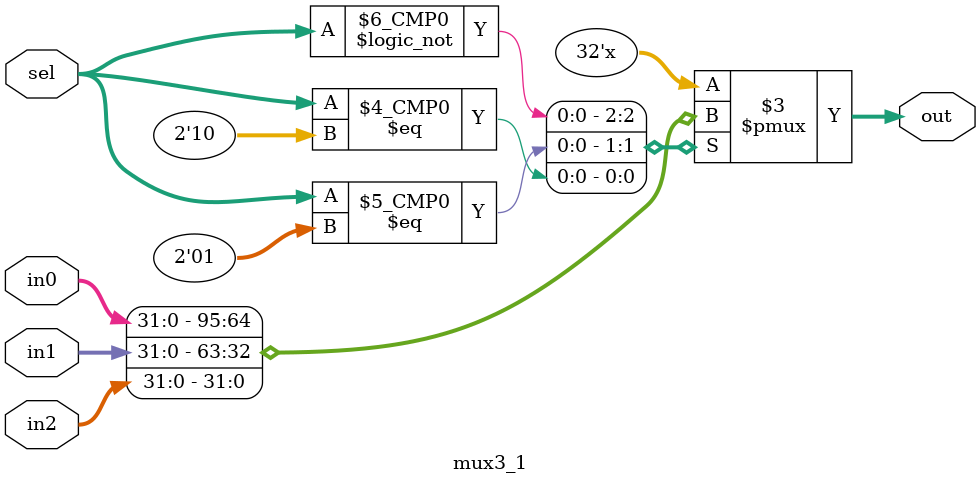
<source format=v>

module mux3_1 #(
    parameter WIDTH = 32 // Largura do barramento de dados
)(
    // Inputs
    input      [WIDTH-1:0] in0, // Selecionado por 2'b00
    input      [WIDTH-1:0] in1, // Selecionado por 2'b01
    input      [WIDTH-1:0] in2, // Selecionado por 2'b10
    input      [1:0]         sel,

    // Outputs
    output reg [WIDTH-1:0] out
);

    always @(*) begin
        case (sel)
            2'b00:   out = in0;
            2'b01:   out = in1;
            2'b10:   out = in2;
            default: out = {WIDTH{1'bx}}; // Saída indefinida
        endcase
    end

endmodule
</source>
